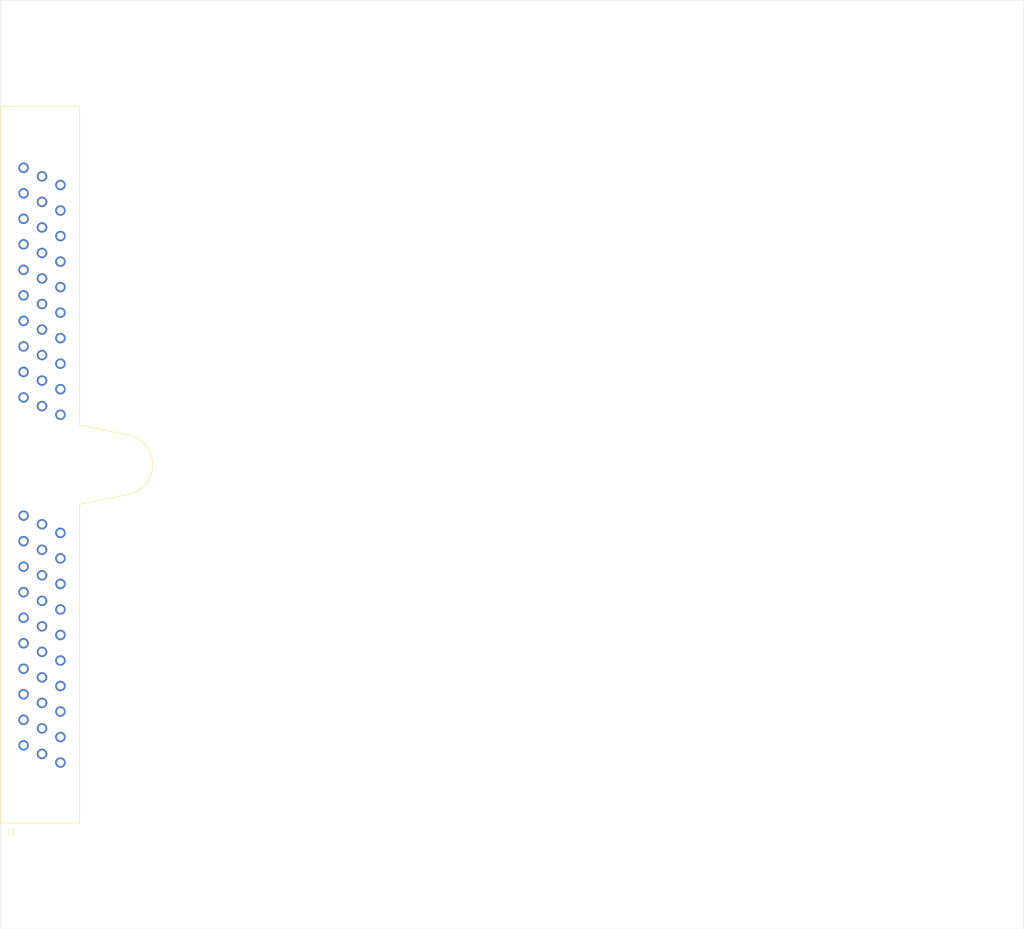
<source format=kicad_pcb>
(kicad_pcb (version 20240108) (generator "pcbnew") (generator_version "8.0")
  (title_block (title "Ford EEC-IV SD48/44 Board") (company "Ford") (comment 1 "Constructed by Nathaniel Clark.") (comment 2 "Ford EEC-IV SD48/44"))
  (layers (0 "F.Cu" signal) (31 "B.Cu" signal) (34 "B.Paste" user) (35 "F.Paste" user) (36 "B.SilkS" user "B.Silkscreen") (37 "F.SilkS" user "F.Silkscreen") (38 "B.Mask" user) (39 "F.Mask" user) (44 "Edge.Cuts" user))
  (net 0 "")
  (footprint "FORD60PIN:FORD60PIN" (layer "F.Cu") (at 29.8 145.1704 90)
    (property "Reference" "J1" (at -11.3296 -8.05 180) (layer "F.SilkS") (effects (font (size 1.016 1.016) (thickness 0.13))))
    (property "Value" "FORD60PIN")
    (fp_line (start 107.73 -9.858) (end 107.73 3.142) (stroke (width 0.127)) (layer "F.SilkS"))
    (fp_line (start -9.918 -9.858) (end 107.73 -9.858) (stroke (width 0.127)) (layer "F.SilkS"))
    (fp_line (start -9.918 -9.858) (end -9.918 3.142) (stroke (width 0.127)) (layer "F.SilkS"))
    (fp_line (start 55.406 3.142) (end 107.73 3.142) (stroke (width 0.127)) (layer "F.SilkS"))
    (fp_line (start 55.406 3.142) (end 53.809 11.123) (stroke (width 0.127)) (layer "F.SilkS"))
    (fp_line (start 42.406 3.142) (end 44.003 11.123) (stroke (width 0.127)) (layer "F.SilkS"))
    (fp_line (start -9.918 3.142) (end 42.406 3.142) (stroke (width 0.127)) (layer "F.SilkS"))
    (fp_arc (start 53.809 11.123) (mid 48.906 15.143209) (end 44.003 11.123) (stroke (width 0.127)) (layer "F.SilkS"))
    (pad "" np_thru_hole circle (at -4.795 -4.5 90) (size 4.25 4.25) (drill 4.25) (layers "F&B.Cu" "*.Mask"))
    (pad "" np_thru_hole circle (at 48.8272 10.14 90) (size 4.25 4.25) (drill 4.25) (layers "F&B.Cu" "*.Mask"))
    (pad "" np_thru_hole circle (at 102.448 -4.5 90) (size 4.25 4.25) (drill 4.25) (layers "F&B.Cu" "*.Mask"))
    (pad "1" thru_hole circle (at 97.6704 -6.05 90) (size 1.7145 1.7145) (drill 1.143) (layers "*.Cu" "*.Mask"))
    (pad "2" thru_hole circle (at 93.4796 -6.05 90) (size 1.7145 1.7145) (drill 1.143) (layers "*.Cu" "*.Mask"))
    (pad "3" thru_hole circle (at 89.2888 -6.05 90) (size 1.7145 1.7145) (drill 1.143) (layers "*.Cu" "*.Mask"))
    (pad "4" thru_hole circle (at 85.098 -6.05 90) (size 1.7145 1.7145) (drill 1.143) (layers "*.Cu" "*.Mask"))
    (pad "5" thru_hole circle (at 80.9072 -6.05 90) (size 1.7145 1.7145) (drill 1.143) (layers "*.Cu" "*.Mask"))
    (pad "6" thru_hole circle (at 76.7164 -6.05 90) (size 1.7145 1.7145) (drill 1.143) (layers "*.Cu" "*.Mask"))
    (pad "7" thru_hole circle (at 72.5256 -6.05 90) (size 1.7145 1.7145) (drill 1.143) (layers "*.Cu" "*.Mask"))
    (pad "8" thru_hole circle (at 68.3348 -6.05 90) (size 1.7145 1.7145) (drill 1.143) (layers "*.Cu" "*.Mask"))
    (pad "9" thru_hole circle (at 64.144 -6.05 90) (size 1.7145 1.7145) (drill 1.143) (layers "*.Cu" "*.Mask"))
    (pad "10" thru_hole circle (at 59.9532 -6.05 90) (size 1.7145 1.7145) (drill 1.143) (layers "*.Cu" "*.Mask"))
    (pad "11" thru_hole circle (at 40.5492 -6.05 90) (size 1.7145 1.7145) (drill 1.143) (layers "*.Cu" "*.Mask"))
    (pad "12" thru_hole circle (at 36.3584 -6.05 90) (size 1.7145 1.7145) (drill 1.143) (layers "*.Cu" "*.Mask"))
    (pad "13" thru_hole circle (at 32.1676 -6.05 90) (size 1.7145 1.7145) (drill 1.143) (layers "*.Cu" "*.Mask"))
    (pad "14" thru_hole circle (at 27.9768 -6.05 90) (size 1.7145 1.7145) (drill 1.143) (layers "*.Cu" "*.Mask"))
    (pad "15" thru_hole circle (at 23.786 -6.05 90) (size 1.7145 1.7145) (drill 1.143) (layers "*.Cu" "*.Mask"))
    (pad "16" thru_hole circle (at 19.5952 -6.05 90) (size 1.7145 1.7145) (drill 1.143) (layers "*.Cu" "*.Mask"))
    (pad "17" thru_hole circle (at 15.4044 -6.05 90) (size 1.7145 1.7145) (drill 1.143) (layers "*.Cu" "*.Mask"))
    (pad "18" thru_hole circle (at 11.2136 -6.05 90) (size 1.7145 1.7145) (drill 1.143) (layers "*.Cu" "*.Mask"))
    (pad "19" thru_hole circle (at 7.0228 -6.05 90) (size 1.7145 1.7145) (drill 1.143) (layers "*.Cu" "*.Mask"))
    (pad "20" thru_hole circle (at 2.832 -6.05 90) (size 1.7145 1.7145) (drill 1.143) (layers "*.Cu" "*.Mask"))
    (pad "21" thru_hole circle (at 96.2544 -3.025 90) (size 1.7145 1.7145) (drill 1.143) (layers "*.Cu" "*.Mask"))
    (pad "22" thru_hole circle (at 92.0636 -3.025 90) (size 1.7145 1.7145) (drill 1.143) (layers "*.Cu" "*.Mask"))
    (pad "23" thru_hole circle (at 87.8728 -3.025 90) (size 1.7145 1.7145) (drill 1.143) (layers "*.Cu" "*.Mask"))
    (pad "24" thru_hole circle (at 83.682 -3.025 90) (size 1.7145 1.7145) (drill 1.143) (layers "*.Cu" "*.Mask"))
    (pad "25" thru_hole circle (at 79.4912 -3.025 90) (size 1.7145 1.7145) (drill 1.143) (layers "*.Cu" "*.Mask"))
    (pad "26" thru_hole circle (at 75.3004 -3.025 90) (size 1.7145 1.7145) (drill 1.143) (layers "*.Cu" "*.Mask"))
    (pad "27" thru_hole circle (at 71.1096 -3.025 90) (size 1.7145 1.7145) (drill 1.143) (layers "*.Cu" "*.Mask"))
    (pad "28" thru_hole circle (at 66.9188 -3.025 90) (size 1.7145 1.7145) (drill 1.143) (layers "*.Cu" "*.Mask"))
    (pad "29" thru_hole circle (at 62.728 -3.025 90) (size 1.7145 1.7145) (drill 1.143) (layers "*.Cu" "*.Mask"))
    (pad "30" thru_hole circle (at 58.5372 -3.025 90) (size 1.7145 1.7145) (drill 1.143) (layers "*.Cu" "*.Mask"))
    (pad "31" thru_hole circle (at 39.1332 -3.025 90) (size 1.7145 1.7145) (drill 1.143) (layers "*.Cu" "*.Mask"))
    (pad "32" thru_hole circle (at 34.9424 -3.025 90) (size 1.7145 1.7145) (drill 1.143) (layers "*.Cu" "*.Mask"))
    (pad "33" thru_hole circle (at 30.7516 -3.025 90) (size 1.7145 1.7145) (drill 1.143) (layers "*.Cu" "*.Mask"))
    (pad "34" thru_hole circle (at 26.5608 -3.025 90) (size 1.7145 1.7145) (drill 1.143) (layers "*.Cu" "*.Mask"))
    (pad "35" thru_hole circle (at 22.37 -3.025 90) (size 1.7145 1.7145) (drill 1.143) (layers "*.Cu" "*.Mask"))
    (pad "36" thru_hole circle (at 18.1792 -3.025 90) (size 1.7145 1.7145) (drill 1.143) (layers "*.Cu" "*.Mask"))
    (pad "37" thru_hole circle (at 13.9884 -3.025 90) (size 1.7145 1.7145) (drill 1.143) (layers "*.Cu" "*.Mask"))
    (pad "38" thru_hole circle (at 9.7976 -3.025 90) (size 1.7145 1.7145) (drill 1.143) (layers "*.Cu" "*.Mask"))
    (pad "39" thru_hole circle (at 5.6068 -3.025 90) (size 1.7145 1.7145) (drill 1.143) (layers "*.Cu" "*.Mask"))
    (pad "40" thru_hole circle (at 1.416 -3.025 90) (size 1.7145 1.7145) (drill 1.143) (layers "*.Cu" "*.Mask"))
    (pad "41" thru_hole circle (at 94.8384 0 90) (size 1.7145 1.7145) (drill 1.143) (layers "*.Cu" "*.Mask"))
    (pad "42" thru_hole circle (at 90.6476 0 90) (size 1.7145 1.7145) (drill 1.143) (layers "*.Cu" "*.Mask"))
    (pad "43" thru_hole circle (at 86.4568 0 90) (size 1.7145 1.7145) (drill 1.143) (layers "*.Cu" "*.Mask"))
    (pad "44" thru_hole circle (at 82.266 0 90) (size 1.7145 1.7145) (drill 1.143) (layers "*.Cu" "*.Mask"))
    (pad "45" thru_hole circle (at 78.0752 0 90) (size 1.7145 1.7145) (drill 1.143) (layers "*.Cu" "*.Mask"))
    (pad "46" thru_hole circle (at 73.8844 0 90) (size 1.7145 1.7145) (drill 1.143) (layers "*.Cu" "*.Mask"))
    (pad "47" thru_hole circle (at 69.6936 0 90) (size 1.7145 1.7145) (drill 1.143) (layers "*.Cu" "*.Mask"))
    (pad "48" thru_hole circle (at 65.5028 0 90) (size 1.7145 1.7145) (drill 1.143) (layers "*.Cu" "*.Mask"))
    (pad "49" thru_hole circle (at 61.312 0 90) (size 1.7145 1.7145) (drill 1.143) (layers "*.Cu" "*.Mask"))
    (pad "50" thru_hole circle (at 57.1212 0 90) (size 1.7145 1.7145) (drill 1.143) (layers "*.Cu" "*.Mask"))
    (pad "51" thru_hole circle (at 37.7172 0 90) (size 1.7145 1.7145) (drill 1.143) (layers "*.Cu" "*.Mask"))
    (pad "52" thru_hole circle (at 33.5264 0 90) (size 1.7145 1.7145) (drill 1.143) (layers "*.Cu" "*.Mask"))
    (pad "53" thru_hole circle (at 29.3356 0 90) (size 1.7145 1.7145) (drill 1.143) (layers "*.Cu" "*.Mask"))
    (pad "54" thru_hole circle (at 25.1448 0 90) (size 1.7145 1.7145) (drill 1.143) (layers "*.Cu" "*.Mask"))
    (pad "55" thru_hole circle (at 20.954 0 90) (size 1.7145 1.7145) (drill 1.143) (layers "*.Cu" "*.Mask"))
    (pad "56" thru_hole circle (at 16.7632 0 90) (size 1.7145 1.7145) (drill 1.143) (layers "*.Cu" "*.Mask"))
    (pad "57" thru_hole circle (at 12.5724 0 90) (size 1.7145 1.7145) (drill 1.143) (layers "*.Cu" "*.Mask"))
    (pad "58" thru_hole circle (at 8.3816 0 90) (size 1.7145 1.7145) (drill 1.143) (layers "*.Cu" "*.Mask"))
    (pad "59" thru_hole circle (at 4.1908 0 90) (size 1.7145 1.7145) (drill 1.143) (layers "*.Cu" "*.Mask"))
    (pad "60" thru_hole circle (at 0 0 90) (size 1.7145 1.7145) (drill 1.143) (layers "*.Cu" "*.Mask"))
  )
  (gr_rect (start 20 20) (end 188 172.5) (stroke (width 0.05)) (fill none) (layer "Edge.Cuts"))
)
</source>
